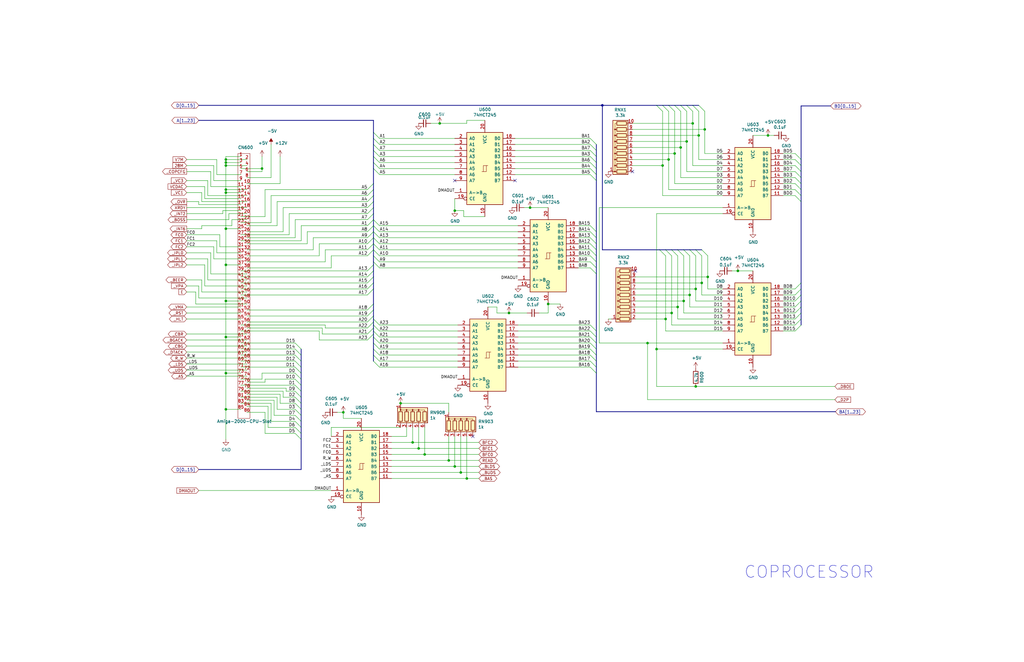
<source format=kicad_sch>
(kicad_sch (version 20231120) (generator "eeschema") (generator_version "8.0")
  (paper "B")
  (title_block (title "Amiga 2000 EATX") (date "2024-06-02") (rev "3.1"))
  (junction (at 323.85 57.15))
  (junction (at 185.42 52.07))
  (junction (at 95.25 157.48))
  (junction (at 297.18 54.61))
  (junction (at 285.75 129.54))
  (junction (at 168.91 170.18))
  (junction (at 95.25 96.52))
  (junction (at 292.1 52.07))
  (junction (at 287.02 62.23))
  (junction (at 231.14 128.27))
  (junction (at 144.78 173.99))
  (junction (at 290.83 124.46))
  (junction (at 95.25 142.24))
  (junction (at 279.4 69.85))
  (junction (at 189.23 194.31))
  (junction (at 95.25 172.72))
  (junction (at 194.31 199.39))
  (junction (at 173.99 186.69))
  (junction (at 294.64 57.15))
  (junction (at 273.05 144.78))
  (junction (at 280.67 134.62))
  (junction (at 311.15 114.3))
  (junction (at 293.37 121.92))
  (junction (at 295.91 119.38))
  (junction (at 95.25 67.31))
  (junction (at 289.56 59.69))
  (junction (at 95.25 80.01))
  (junction (at 281.94 67.31))
  (junction (at 196.85 201.93))
  (junction (at 293.37 163.068))
  (junction (at 284.48 64.77))
  (junction (at 176.53 189.23))
  (junction (at 288.29 127))
  (junction (at 223.52 87.63))
  (junction (at 283.21 132.08))
  (junction (at 110.49 71.12))
  (junction (at 276.86 147.32))
  (junction (at 214.63 132.08))
  (junction (at 179.07 191.77))
  (junction (at 95.25 127))
  (junction (at 95.25 111.76))
  (junction (at 95.25 68.58))
  (junction (at 95.25 69.85))
  (junction (at 191.77 196.85))
  (junction (at 191.77 88.9))
  (junction (at 298.45 116.84))
  (junction (at 254 44.45))
  (junction (at 95.25 81.28))
  (no_connect (at 217.17 76.2))
  (no_connect (at 266.7 72.39))
  (no_connect (at 199.39 184.15))
  (no_connect (at 267.97 114.3))
  (no_connect (at 191.77 76.2))
  (bus_entry (at 248.92 110.49) (size 2.54 2.54))
  (bus_entry (at 248.92 154.94) (size 2.54 2.54))
  (bus_entry (at 287.02 46.99) (size -2.54 -2.54))
  (bus_entry (at 248.92 147.32) (size 2.54 2.54))
  (bus_entry (at 283.21 107.95) (size -2.54 -2.54))
  (bus_entry (at 248.92 66.04) (size 2.54 2.54))
  (bus_entry (at 154.94 82.55) (size 2.54 -2.54))
  (bus_entry (at 248.92 107.95) (size 2.54 2.54))
  (bus_entry (at 335.28 134.62) (size 2.54 -2.54))
  (bus_entry (at 298.45 107.95) (size -2.54 -2.54))
  (bus_entry (at 297.18 46.99) (size -2.54 -2.54))
  (bus_entry (at 160.02 147.32) (size -2.54 -2.54))
  (bus_entry (at 335.28 137.16) (size 2.54 -2.54))
  (bus_entry (at 288.29 107.95) (size -2.54 -2.54))
  (bus_entry (at 160.02 142.24) (size -2.54 -2.54))
  (bus_entry (at 160.02 100.33) (size -2.54 -2.54))
  (bus_entry (at 124.46 182.88) (size 2.54 2.54))
  (bus_entry (at 248.92 102.87) (size 2.54 2.54))
  (bus_entry (at 289.56 46.99) (size -2.54 -2.54))
  (bus_entry (at 248.92 63.5) (size 2.54 2.54))
  (bus_entry (at 335.28 82.55) (size 2.54 2.54))
  (bus_entry (at 154.94 133.35) (size 2.54 -2.54))
  (bus_entry (at 154.94 97.79) (size 2.54 -2.54))
  (bus_entry (at 160.02 110.49) (size -2.54 -2.54))
  (bus_entry (at 335.28 74.93) (size 2.54 2.54))
  (bus_entry (at 160.02 71.12) (size -2.54 -2.54))
  (bus_entry (at 154.94 92.71) (size 2.54 -2.54))
  (bus_entry (at 335.28 132.08) (size 2.54 -2.54))
  (bus_entry (at 124.46 172.72) (size 2.54 2.54))
  (bus_entry (at 279.4 46.99) (size -2.54 -2.54))
  (bus_entry (at 160.02 154.94) (size -2.54 -2.54))
  (bus_entry (at 124.46 157.48) (size 2.54 2.54))
  (bus_entry (at 248.92 144.78) (size 2.54 2.54))
  (bus_entry (at 124.46 147.32) (size 2.54 2.54))
  (bus_entry (at 154.94 95.25) (size 2.54 -2.54))
  (bus_entry (at 248.92 97.79) (size 2.54 2.54))
  (bus_entry (at 248.92 137.16) (size 2.54 2.54))
  (bus_entry (at 124.46 152.4) (size 2.54 2.54))
  (bus_entry (at 154.94 102.87) (size 2.54 -2.54))
  (bus_entry (at 335.28 67.31) (size 2.54 2.54))
  (bus_entry (at 154.94 107.95) (size 2.54 -2.54))
  (bus_entry (at 154.94 105.41) (size 2.54 -2.54))
  (bus_entry (at 154.94 119.38) (size 2.54 -2.54))
  (bus_entry (at 154.94 135.89) (size 2.54 -2.54))
  (bus_entry (at 248.92 71.12) (size 2.54 2.54))
  (bus_entry (at 290.83 107.95) (size -2.54 -2.54))
  (bus_entry (at 160.02 95.25) (size -2.54 -2.54))
  (bus_entry (at 124.46 167.64) (size 2.54 2.54))
  (bus_entry (at 160.02 105.41) (size -2.54 -2.54))
  (bus_entry (at 160.02 60.96) (size -2.54 -2.54))
  (bus_entry (at 160.02 137.16) (size -2.54 -2.54))
  (bus_entry (at 154.94 114.3) (size 2.54 -2.54))
  (bus_entry (at 285.75 107.95) (size -2.54 -2.54))
  (bus_entry (at 154.94 90.17) (size 2.54 -2.54))
  (bus_entry (at 124.46 162.56) (size 2.54 2.54))
  (bus_entry (at 248.92 113.03) (size 2.54 2.54))
  (bus_entry (at 124.46 180.34) (size 2.54 2.54))
  (bus_entry (at 154.94 143.51) (size 2.54 -2.54))
  (bus_entry (at 154.94 138.43) (size 2.54 -2.54))
  (bus_entry (at 160.02 149.86) (size -2.54 -2.54))
  (bus_entry (at 124.46 165.1) (size 2.54 2.54))
  (bus_entry (at 160.02 66.04) (size -2.54 -2.54))
  (bus_entry (at 154.94 87.63) (size 2.54 -2.54))
  (bus_entry (at 248.92 60.96) (size 2.54 2.54))
  (bus_entry (at 154.94 124.46) (size 2.54 -2.54))
  (bus_entry (at 335.28 64.77) (size 2.54 2.54))
  (bus_entry (at 160.02 97.79) (size -2.54 -2.54))
  (bus_entry (at 248.92 95.25) (size 2.54 2.54))
  (bus_entry (at 124.46 149.86) (size 2.54 2.54))
  (bus_entry (at 154.94 85.09) (size 2.54 -2.54))
  (bus_entry (at 154.94 80.01) (size 2.54 -2.54))
  (bus_entry (at 248.92 139.7) (size 2.54 2.54))
  (bus_entry (at 248.92 58.42) (size 2.54 2.54))
  (bus_entry (at 335.28 69.85) (size 2.54 2.54))
  (bus_entry (at 154.94 100.33) (size 2.54 -2.54))
  (bus_entry (at 335.28 124.46) (size 2.54 -2.54))
  (bus_entry (at 284.48 46.99) (size -2.54 -2.54))
  (bus_entry (at 335.28 139.7) (size 2.54 -2.54))
  (bus_entry (at 160.02 152.4) (size -2.54 -2.54))
  (bus_entry (at 335.28 129.54) (size 2.54 -2.54))
  (bus_entry (at 160.02 107.95) (size -2.54 -2.54))
  (bus_entry (at 248.92 152.4) (size 2.54 2.54))
  (bus_entry (at 248.92 100.33) (size 2.54 2.54))
  (bus_entry (at 160.02 63.5) (size -2.54 -2.54))
  (bus_entry (at 292.1 46.99) (size -2.54 -2.54))
  (bus_entry (at 335.28 80.01) (size 2.54 2.54))
  (bus_entry (at 294.64 46.99) (size -2.54 -2.54))
  (bus_entry (at 124.46 175.26) (size 2.54 2.54))
  (bus_entry (at 293.37 107.95) (size -2.54 -2.54))
  (bus_entry (at 335.28 72.39) (size 2.54 2.54))
  (bus_entry (at 248.92 105.41) (size 2.54 2.54))
  (bus_entry (at 248.92 142.24) (size 2.54 2.54))
  (bus_entry (at 248.92 149.86) (size 2.54 2.54))
  (bus_entry (at 160.02 58.42) (size -2.54 -2.54))
  (bus_entry (at 154.94 116.84) (size 2.54 -2.54))
  (bus_entry (at 281.94 46.99) (size -2.54 -2.54))
  (bus_entry (at 124.46 170.18) (size 2.54 2.54))
  (bus_entry (at 335.28 77.47) (size 2.54 2.54))
  (bus_entry (at 160.02 68.58) (size -2.54 -2.54))
  (bus_entry (at 248.92 73.66) (size 2.54 2.54))
  (bus_entry (at 280.67 107.95) (size -2.54 -2.54))
  (bus_entry (at 335.28 121.92) (size 2.54 -2.54))
  (bus_entry (at 124.46 144.78) (size 2.54 2.54))
  (bus_entry (at 160.02 73.66) (size -2.54 -2.54))
  (bus_entry (at 124.46 177.8) (size 2.54 2.54))
  (bus_entry (at 160.02 139.7) (size -2.54 -2.54))
  (bus_entry (at 335.28 127) (size 2.54 -2.54))
  (bus_entry (at 124.46 160.02) (size 2.54 2.54))
  (bus_entry (at 154.94 140.97) (size 2.54 -2.54))
  (bus_entry (at 295.91 107.95) (size -2.54 -2.54))
  (bus_entry (at 154.94 130.81) (size 2.54 -2.54))
  (bus_entry (at 154.94 121.92) (size 2.54 -2.54))
  (bus_entry (at 160.02 144.78) (size -2.54 -2.54))
  (bus_entry (at 248.92 68.58) (size 2.54 2.54))
  (bus_entry (at 160.02 102.87) (size -2.54 -2.54))
  (bus_entry (at 124.46 154.94) (size 2.54 2.54))
  (bus_entry (at 160.02 113.03) (size -2.54 -2.54))
  (wire (pts (xy 165.1 191.77) (xy 179.07 191.77)))
  (wire (pts (xy 104.14 140.97) (xy 78.74 140.97)))
  (wire (pts (xy 104.14 120.65) (xy 86.36 120.65)))
  (wire (pts (xy 129.54 102.87) (xy 129.54 97.79)))
  (bus (pts (xy 337.82 127) (xy 337.82 129.54)))
  (wire (pts (xy 217.17 58.42) (xy 248.92 58.42)))
  (wire (pts (xy 144.78 173.99) (xy 144.78 176.53)))
  (wire (pts (xy 171.45 180.34) (xy 171.45 184.15)))
  (wire (pts (xy 293.37 127) (xy 304.8 127)))
  (wire (pts (xy 304.8 139.7) (xy 280.67 139.7)))
  (wire (pts (xy 218.44 142.24) (xy 248.92 142.24)))
  (wire (pts (xy 137.16 138.43) (xy 154.94 138.43)))
  (wire (pts (xy 135.89 138.43) (xy 135.89 140.97)))
  (wire (pts (xy 293.37 163.068) (xy 352.044 163.068)))
  (wire (pts (xy 95.25 68.58) (xy 95.25 69.85)))
  (wire (pts (xy 266.7 67.31) (xy 281.94 67.31)))
  (bus (pts (xy 157.48 50.8) (xy 157.48 55.88)))
  (wire (pts (xy 218.44 107.95) (xy 160.02 107.95)))
  (wire (pts (xy 335.28 127) (xy 330.2 127)))
  (wire (pts (xy 287.02 46.99) (xy 287.02 62.23)))
  (wire (pts (xy 95.25 81.28) (xy 95.25 96.52)))
  (bus (pts (xy 337.82 69.85) (xy 337.82 72.39)))
  (wire (pts (xy 218.44 102.87) (xy 160.02 102.87)))
  (wire (pts (xy 243.84 105.41) (xy 248.92 105.41)))
  (wire (pts (xy 293.37 121.92) (xy 293.37 127)))
  (wire (pts (xy 285.75 129.54) (xy 285.75 107.95)))
  (wire (pts (xy 280.67 134.62) (xy 280.67 139.7)))
  (wire (pts (xy 90.17 104.14) (xy 90.17 109.22)))
  (wire (pts (xy 110.49 72.39) (xy 110.49 71.12)))
  (wire (pts (xy 120.65 165.1) (xy 124.46 165.1)))
  (wire (pts (xy 191.77 58.42) (xy 160.02 58.42)))
  (wire (pts (xy 231.14 87.63) (xy 223.52 87.63)))
  (wire (pts (xy 218.44 147.32) (xy 248.92 147.32)))
  (bus (pts (xy 251.46 102.87) (xy 251.46 105.41)))
  (bus (pts (xy 251.46 66.04) (xy 251.46 68.58)))
  (bus (pts (xy 157.48 97.79) (xy 157.48 100.33)))
  (bus (pts (xy 127 172.72) (xy 127 175.26)))
  (wire (pts (xy 193.04 147.32) (xy 160.02 147.32)))
  (wire (pts (xy 113.03 180.34) (xy 124.46 180.34)))
  (bus (pts (xy 289.56 44.45) (xy 292.1 44.45)))
  (bus (pts (xy 157.48 138.43) (xy 157.48 139.7)))
  (bus (pts (xy 157.48 100.33) (xy 157.48 102.87)))
  (wire (pts (xy 101.6 147.32) (xy 124.46 147.32)))
  (wire (pts (xy 78.74 78.74) (xy 86.36 78.74)))
  (wire (pts (xy 104.14 158.75) (xy 78.74 158.75)))
  (wire (pts (xy 218.44 154.94) (xy 248.92 154.94)))
  (wire (pts (xy 160.02 110.49) (xy 218.44 110.49)))
  (bus (pts (xy 251.46 71.12) (xy 251.46 73.66)))
  (wire (pts (xy 139.7 207.01) (xy 83.82 207.01)))
  (wire (pts (xy 101.6 71.12) (xy 110.49 71.12)))
  (wire (pts (xy 223.52 87.63) (xy 220.98 87.63)))
  (wire (pts (xy 287.02 62.23) (xy 287.02 74.93)))
  (wire (pts (xy 83.82 125.73) (xy 83.82 120.65)))
  (wire (pts (xy 104.14 173.99) (xy 111.76 173.99)))
  (bus (pts (xy 157.48 71.12) (xy 157.48 77.47)))
  (wire (pts (xy 267.97 127) (xy 288.29 127)))
  (wire (pts (xy 78.74 87.63) (xy 104.14 87.63)))
  (wire (pts (xy 295.91 107.95) (xy 295.91 119.38)))
  (bus (pts (xy 284.48 44.45) (xy 287.02 44.45)))
  (bus (pts (xy 157.48 144.78) (xy 157.48 147.32)))
  (wire (pts (xy 283.21 132.08) (xy 283.21 137.16)))
  (wire (pts (xy 185.42 52.07) (xy 196.85 52.07)))
  (wire (pts (xy 160.02 60.96) (xy 191.77 60.96)))
  (bus (pts (xy 337.82 44.704) (xy 350.266 44.704)))
  (wire (pts (xy 218.44 95.25) (xy 160.02 95.25)))
  (wire (pts (xy 101.6 142.24) (xy 95.25 142.24)))
  (bus (pts (xy 127 152.4) (xy 127 154.94)))
  (wire (pts (xy 294.64 57.15) (xy 294.64 67.31)))
  (wire (pts (xy 104.14 77.47) (xy 118.11 77.47)))
  (wire (pts (xy 104.14 69.85) (xy 95.25 69.85)))
  (wire (pts (xy 165.1 196.85) (xy 191.77 196.85)))
  (wire (pts (xy 134.62 102.87) (xy 154.94 102.87)))
  (wire (pts (xy 78.74 123.19) (xy 82.55 123.19)))
  (bus (pts (xy 157.48 140.97) (xy 157.48 142.24)))
  (bus (pts (xy 83.82 44.45) (xy 254 44.45)))
  (wire (pts (xy 281.94 46.99) (xy 281.94 67.31)))
  (wire (pts (xy 116.84 167.64) (xy 116.84 172.72)))
  (wire (pts (xy 267.97 116.84) (xy 298.45 116.84)))
  (wire (pts (xy 101.6 91.44) (xy 111.76 91.44)))
  (bus (pts (xy 157.48 92.71) (xy 157.48 95.25)))
  (wire (pts (xy 165.1 186.69) (xy 173.99 186.69)))
  (wire (pts (xy 297.18 54.61) (xy 297.18 64.77)))
  (bus (pts (xy 280.67 105.41) (xy 283.21 105.41)))
  (wire (pts (xy 330.2 72.39) (xy 335.28 72.39)))
  (wire (pts (xy 294.64 67.31) (xy 304.8 67.31)))
  (bus (pts (xy 157.48 102.87) (xy 157.48 105.41)))
  (wire (pts (xy 335.28 74.93) (xy 330.2 74.93)))
  (bus (pts (xy 127 182.88) (xy 127 185.42)))
  (wire (pts (xy 101.6 81.28) (xy 95.25 81.28)))
  (wire (pts (xy 104.14 148.59) (xy 78.74 148.59)))
  (wire (pts (xy 171.45 184.15) (xy 165.1 184.15)))
  (wire (pts (xy 95.25 157.48) (xy 95.25 172.72)))
  (bus (pts (xy 337.82 72.39) (xy 337.82 74.93)))
  (wire (pts (xy 248.92 97.79) (xy 243.84 97.79)))
  (bus (pts (xy 157.48 134.62) (xy 157.48 135.89)))
  (wire (pts (xy 193.04 139.7) (xy 160.02 139.7)))
  (wire (pts (xy 95.25 127) (xy 95.25 142.24)))
  (wire (pts (xy 110.49 157.48) (xy 124.46 157.48)))
  (wire (pts (xy 101.6 144.78) (xy 124.46 144.78)))
  (wire (pts (xy 276.86 147.32) (xy 276.86 90.17)))
  (bus (pts (xy 285.75 105.41) (xy 288.29 105.41)))
  (wire (pts (xy 154.94 114.3) (xy 101.6 114.3)))
  (wire (pts (xy 298.45 121.92) (xy 304.8 121.92)))
  (wire (pts (xy 118.11 77.47) (xy 118.11 66.04)))
  (wire (pts (xy 165.1 199.39) (xy 194.31 199.39)))
  (wire (pts (xy 193.04 137.16) (xy 160.02 137.16)))
  (wire (pts (xy 243.84 95.25) (xy 248.92 95.25)))
  (wire (pts (xy 285.75 129.54) (xy 285.75 134.62)))
  (wire (pts (xy 132.08 105.41) (xy 104.14 105.41)))
  (bus (pts (xy 254 105.41) (xy 278.13 105.41)))
  (wire (pts (xy 196.85 201.93) (xy 201.93 201.93)))
  (bus (pts (xy 283.21 105.41) (xy 285.75 105.41)))
  (wire (pts (xy 217.17 73.66) (xy 248.92 73.66)))
  (wire (pts (xy 101.6 139.7) (xy 134.62 139.7)))
  (bus (pts (xy 337.82 119.38) (xy 337.82 121.92)))
  (wire (pts (xy 101.6 152.4) (xy 124.46 152.4)))
  (wire (pts (xy 90.17 69.85) (xy 90.17 76.2)))
  (wire (pts (xy 104.14 80.01) (xy 95.25 80.01)))
  (wire (pts (xy 280.67 134.62) (xy 280.67 107.95)))
  (wire (pts (xy 119.38 167.64) (xy 124.46 167.64)))
  (wire (pts (xy 135.89 140.97) (xy 154.94 140.97)))
  (bus (pts (xy 127 198.12) (xy 83.82 198.12)))
  (bus (pts (xy 157.48 77.47) (xy 157.48 80.01)))
  (wire (pts (xy 267.97 121.92) (xy 293.37 121.92)))
  (wire (pts (xy 137.16 110.49) (xy 104.14 110.49)))
  (bus (pts (xy 157.48 147.32) (xy 157.48 149.86)))
  (wire (pts (xy 330.2 80.01) (xy 335.28 80.01)))
  (bus (pts (xy 276.86 44.45) (xy 279.4 44.45)))
  (bus (pts (xy 127 162.56) (xy 127 165.1)))
  (wire (pts (xy 104.14 90.17) (xy 96.52 90.17)))
  (wire (pts (xy 104.14 146.05) (xy 78.74 146.05)))
  (wire (pts (xy 218.44 144.78) (xy 248.92 144.78)))
  (wire (pts (xy 298.45 116.84) (xy 298.45 121.92)))
  (wire (pts (xy 287.02 74.93) (xy 304.8 74.93)))
  (wire (pts (xy 118.11 170.18) (xy 124.46 170.18)))
  (wire (pts (xy 317.5 114.3) (xy 311.15 114.3)))
  (wire (pts (xy 194.31 199.39) (xy 201.93 199.39)))
  (wire (pts (xy 304.8 134.62) (xy 285.75 134.62)))
  (wire (pts (xy 181.61 52.07) (xy 185.42 52.07)))
  (bus (pts (xy 337.82 121.92) (xy 337.82 124.46)))
  (wire (pts (xy 276.86 90.17) (xy 304.8 90.17)))
  (wire (pts (xy 266.7 62.23) (xy 287.02 62.23)))
  (wire (pts (xy 110.49 71.12) (xy 110.49 66.04)))
  (wire (pts (xy 95.25 96.52) (xy 95.25 111.76)))
  (wire (pts (xy 294.64 46.99) (xy 294.64 57.15)))
  (wire (pts (xy 87.63 82.55) (xy 87.63 76.2)))
  (bus (pts (xy 251.46 157.48) (xy 251.46 173.736)))
  (wire (pts (xy 193.04 142.24) (xy 160.02 142.24)))
  (wire (pts (xy 86.36 78.74) (xy 86.36 83.82)))
  (bus (pts (xy 157.48 114.3) (xy 157.48 116.84)))
  (wire (pts (xy 243.84 110.49) (xy 248.92 110.49)))
  (wire (pts (xy 104.14 133.35) (xy 154.94 133.35)))
  (wire (pts (xy 92.71 104.14) (xy 101.6 104.14)))
  (wire (pts (xy 95.25 69.85) (xy 95.25 80.01)))
  (wire (pts (xy 127 101.6) (xy 127 95.25)))
  (wire (pts (xy 104.14 138.43) (xy 135.89 138.43)))
  (wire (pts (xy 104.14 72.39) (xy 110.49 72.39)))
  (bus (pts (xy 157.48 130.81) (xy 157.48 133.35)))
  (wire (pts (xy 248.92 113.03) (xy 243.84 113.03)))
  (wire (pts (xy 101.6 134.62) (xy 78.74 134.62)))
  (bus (pts (xy 279.4 44.45) (xy 281.94 44.45)))
  (wire (pts (xy 116.84 172.72) (xy 124.46 172.72)))
  (wire (pts (xy 193.04 154.94) (xy 160.02 154.94)))
  (wire (pts (xy 88.9 115.57) (xy 88.9 106.68)))
  (wire (pts (xy 104.14 107.95) (xy 134.62 107.95)))
  (wire (pts (xy 266.7 52.07) (xy 292.1 52.07)))
  (wire (pts (xy 132.08 100.33) (xy 154.94 100.33)))
  (bus (pts (xy 251.46 113.03) (xy 251.46 115.57)))
  (wire (pts (xy 266.7 57.15) (xy 294.64 57.15)))
  (bus (pts (xy 127 167.64) (xy 127 170.18)))
  (wire (pts (xy 191.77 66.04) (xy 160.02 66.04)))
  (wire (pts (xy 119.38 97.79) (xy 119.38 87.63)))
  (wire (pts (xy 290.83 124.46) (xy 290.83 129.54)))
  (wire (pts (xy 78.74 72.39) (xy 88.9 72.39)))
  (wire (pts (xy 289.56 46.99) (xy 289.56 59.69)))
  (wire (pts (xy 323.85 57.15) (xy 326.39 57.15)))
  (bus (pts (xy 157.48 90.17) (xy 157.48 92.71)))
  (wire (pts (xy 101.6 167.64) (xy 116.84 167.64)))
  (wire (pts (xy 330.2 139.7) (xy 335.28 139.7)))
  (wire (pts (xy 134.62 139.7) (xy 134.62 143.51)))
  (wire (pts (xy 284.48 46.99) (xy 284.48 64.77)))
  (bus (pts (xy 127 180.34) (xy 127 182.88)))
  (wire (pts (xy 92.71 99.06) (xy 92.71 104.14)))
  (wire (pts (xy 204.47 91.44) (xy 195.58 91.44)))
  (wire (pts (xy 116.84 95.25) (xy 104.14 95.25)))
  (wire (pts (xy 189.23 194.31) (xy 201.93 194.31)))
  (wire (pts (xy 78.74 132.08) (xy 101.6 132.08)))
  (wire (pts (xy 120.65 163.83) (xy 120.65 165.1)))
  (wire (pts (xy 101.6 160.02) (xy 110.49 160.02)))
  (wire (pts (xy 217.17 68.58) (xy 248.92 68.58)))
  (wire (pts (xy 165.1 201.93) (xy 196.85 201.93)))
  (bus (pts (xy 157.48 137.16) (xy 157.48 138.43)))
  (wire (pts (xy 104.14 156.21) (xy 78.74 156.21)))
  (bus (pts (xy 254 44.45) (xy 276.86 44.45)))
  (wire (pts (xy 267.97 132.08) (xy 283.21 132.08)))
  (wire (pts (xy 273.05 144.78) (xy 304.8 144.78)))
  (wire (pts (xy 86.36 111.76) (xy 78.74 111.76)))
  (wire (pts (xy 283.21 107.95) (xy 283.21 132.08)))
  (wire (pts (xy 139.7 107.95) (xy 154.94 107.95)))
  (wire (pts (xy 104.14 113.03) (xy 139.7 113.03)))
  (wire (pts (xy 78.74 109.22) (xy 87.63 109.22)))
  (wire (pts (xy 176.53 189.23) (xy 201.93 189.23)))
  (wire (pts (xy 104.14 168.91) (xy 115.57 168.91)))
  (wire (pts (xy 137.16 137.16) (xy 137.16 138.43)))
  (wire (pts (xy 231.14 132.08) (xy 231.14 128.27)))
  (wire (pts (xy 218.44 149.86) (xy 248.92 149.86)))
  (wire (pts (xy 132.08 105.41) (xy 132.08 100.33)))
  (bus (pts (xy 127 160.02) (xy 127 162.56)))
  (wire (pts (xy 111.76 182.88) (xy 124.46 182.88)))
  (wire (pts (xy 256.54 134.62) (xy 257.81 134.62)))
  (wire (pts (xy 317.5 57.15) (xy 323.85 57.15)))
  (wire (pts (xy 78.74 118.11) (xy 85.09 118.11)))
  (wire (pts (xy 276.86 147.32) (xy 276.86 163.068)))
  (wire (pts (xy 87.63 118.11) (xy 104.14 118.11)))
  (wire (pts (xy 295.91 119.38) (xy 295.91 124.46)))
  (wire (pts (xy 267.97 119.38) (xy 295.91 119.38)))
  (wire (pts (xy 298.45 107.95) (xy 298.45 116.84)))
  (wire (pts (xy 95.25 172.72) (xy 95.25 185.42)))
  (wire (pts (xy 214.63 132.08) (xy 222.25 132.08)))
  (bus (pts (xy 251.46 144.78) (xy 251.46 147.32)))
  (bus (pts (xy 251.46 139.7) (xy 251.46 142.24)))
  (wire (pts (xy 104.14 67.31) (xy 95.25 67.31)))
  (bus (pts (xy 157.48 80.01) (xy 157.48 82.55)))
  (wire (pts (xy 96.52 90.17) (xy 96.52 92.71)))
  (wire (pts (xy 104.14 115.57) (xy 88.9 115.57)))
  (bus (pts (xy 251.46 60.96) (xy 251.46 63.5)))
  (bus (pts (xy 157.48 55.88) (xy 157.48 58.42)))
  (wire (pts (xy 104.14 92.71) (xy 97.79 92.71)))
  (wire (pts (xy 78.74 99.06) (xy 92.71 99.06)))
  (bus (pts (xy 157.48 128.27) (xy 157.48 130.81)))
  (wire (pts (xy 101.6 129.54) (xy 78.74 129.54)))
  (wire (pts (xy 119.38 87.63) (xy 154.94 87.63)))
  (wire (pts (xy 205.74 129.54) (xy 209.55 129.54)))
  (wire (pts (xy 191.77 71.12) (xy 160.02 71.12)))
  (wire (pts (xy 91.44 101.6) (xy 91.44 106.68)))
  (bus (pts (xy 251.46 76.2) (xy 251.46 97.79)))
  (wire (pts (xy 116.84 85.09) (xy 154.94 85.09)))
  (wire (pts (xy 101.6 68.58) (xy 95.25 68.58)))
  (bus (pts (xy 157.48 135.89) (xy 157.48 137.16)))
  (wire (pts (xy 292.1 52.07) (xy 292.1 69.85)))
  (wire (pts (xy 304.8 80.01) (xy 281.94 80.01)))
  (wire (pts (xy 189.23 173.99) (xy 189.23 170.18)))
  (wire (pts (xy 78.74 69.85) (xy 90.17 69.85)))
  (wire (pts (xy 297.18 64.77) (xy 304.8 64.77)))
  (bus (pts (xy 251.46 147.32) (xy 251.46 149.86)))
  (wire (pts (xy 209.55 132.08) (xy 214.63 132.08)))
  (wire (pts (xy 85.09 95.25) (xy 85.09 96.52)))
  (bus (pts (xy 157.48 139.7) (xy 157.48 140.97)))
  (wire (pts (xy 101.6 170.18) (xy 114.3 170.18)))
  (bus (pts (xy 292.1 44.45) (xy 294.64 44.45)))
  (wire (pts (xy 78.74 101.6) (xy 91.44 101.6)))
  (bus (pts (xy 251.46 115.57) (xy 251.46 139.7)))
  (wire (pts (xy 304.8 69.85) (xy 292.1 69.85)))
  (wire (pts (xy 193.04 152.4) (xy 160.02 152.4)))
  (wire (pts (xy 83.82 85.09) (xy 78.74 85.09)))
  (wire (pts (xy 330.2 124.46) (xy 335.28 124.46)))
  (wire (pts (xy 96.52 92.71) (xy 78.74 92.71)))
  (wire (pts (xy 218.44 152.4) (xy 248.92 152.4)))
  (wire (pts (xy 111.76 173.99) (xy 111.76 182.88)))
  (wire (pts (xy 335.28 82.55) (xy 330.2 82.55)))
  (wire (pts (xy 119.38 97.79) (xy 104.14 97.79)))
  (wire (pts (xy 195.58 91.44) (xy 195.58 88.9)))
  (wire (pts (xy 101.6 111.76) (xy 95.25 111.76)))
  (bus (pts (xy 157.48 68.58) (xy 157.48 71.12)))
  (wire (pts (xy 101.6 127) (xy 95.25 127)))
  (wire (pts (xy 293.37 107.95) (xy 293.37 121.92)))
  (bus (pts (xy 157.48 58.42) (xy 157.48 60.96)))
  (wire (pts (xy 165.1 189.23) (xy 176.53 189.23)))
  (bus (pts (xy 127 185.42) (xy 127 198.12)))
  (wire (pts (xy 289.56 59.69) (xy 289.56 72.39)))
  (wire (pts (xy 266.7 64.77) (xy 284.48 64.77)))
  (wire (pts (xy 179.07 180.34) (xy 179.07 191.77)))
  (wire (pts (xy 95.25 80.01) (xy 95.25 81.28)))
  (wire (pts (xy 110.49 160.02) (xy 110.49 157.48)))
  (wire (pts (xy 93.98 88.9) (xy 101.6 88.9)))
  (wire (pts (xy 191.77 184.15) (xy 191.77 196.85)))
  (wire (pts (xy 119.38 165.1) (xy 119.38 167.64)))
  (wire (pts (xy 273.05 144.78) (xy 273.05 168.656)))
  (bus (pts (xy 127 177.8) (xy 127 180.34)))
  (wire (pts (xy 104.14 163.83) (xy 120.65 163.83)))
  (wire (pts (xy 115.57 175.26) (xy 124.46 175.26)))
  (wire (pts (xy 93.98 90.17) (xy 93.98 88.9)))
  (wire (pts (xy 85.09 85.09) (xy 85.09 81.28)))
  (wire (pts (xy 134.62 107.95) (xy 134.62 102.87)))
  (bus (pts (xy 157.48 133.35) (xy 157.48 134.62)))
  (wire (pts (xy 111.76 91.44) (xy 111.76 80.01)))
  (wire (pts (xy 195.58 88.9) (xy 191.77 88.9)))
  (wire (pts (xy 266.7 69.85) (xy 279.4 69.85)))
  (wire (pts (xy 266.7 54.61) (xy 297.18 54.61)))
  (wire (pts (xy 85.09 118.11) (xy 85.09 123.19)))
  (bus (pts (xy 251.46 100.33) (xy 251.46 102.87)))
  (wire (pts (xy 139.7 113.03) (xy 139.7 107.95)))
  (wire (pts (xy 78.74 104.14) (xy 90.17 104.14)))
  (wire (pts (xy 243.84 100.33) (xy 248.92 100.33)))
  (wire (pts (xy 90.17 76.2) (xy 101.6 76.2)))
  (wire (pts (xy 85.09 123.19) (xy 104.14 123.19)))
  (wire (pts (xy 168.91 180.34) (xy 139.7 180.34)))
  (wire (pts (xy 101.6 154.94) (xy 124.46 154.94)))
  (bus (pts (xy 251.46 97.79) (xy 251.46 100.33)))
  (wire (pts (xy 101.6 124.46) (xy 154.94 124.46)))
  (wire (pts (xy 95.25 111.76) (xy 95.25 127)))
  (wire (pts (xy 85.09 96.52) (xy 78.74 96.52)))
  (wire (pts (xy 191.77 88.9) (xy 191.77 83.82)))
  (wire (pts (xy 297.18 46.99) (xy 297.18 54.61)))
  (wire (pts (xy 154.94 119.38) (xy 101.6 119.38)))
  (bus (pts (xy 251.46 154.94) (xy 251.46 157.48)))
  (bus (pts (xy 157.48 60.96) (xy 157.48 63.5)))
  (wire (pts (xy 85.09 81.28) (xy 78.74 81.28)))
  (wire (pts (xy 114.3 170.18) (xy 114.3 177.8)))
  (wire (pts (xy 248.92 107.95) (xy 243.84 107.95)))
  (bus (pts (xy 157.48 110.49) (xy 157.48 111.76)))
  (wire (pts (xy 101.6 149.86) (xy 124.46 149.86)))
  (wire (pts (xy 273.05 168.656) (xy 352.044 168.656)))
  (wire (pts (xy 91.44 73.66) (xy 91.44 67.31)))
  (wire (pts (xy 330.2 64.77) (xy 335.28 64.77)))
  (bus (pts (xy 251.46 110.49) (xy 251.46 113.03)))
  (bus (pts (xy 157.48 119.38) (xy 157.48 121.92)))
  (wire (pts (xy 124.46 100.33) (xy 124.46 92.71)))
  (bus (pts (xy 251.46 142.24) (xy 251.46 144.78)))
  (wire (pts (xy 288.29 132.08) (xy 304.8 132.08)))
  (wire (pts (xy 88.9 72.39) (xy 88.9 78.74)))
  (bus (pts (xy 251.46 68.58) (xy 251.46 71.12)))
  (wire (pts (xy 87.63 109.22) (xy 87.63 118.11)))
  (wire (pts (xy 129.54 102.87) (xy 104.14 102.87)))
  (wire (pts (xy 304.8 129.54) (xy 290.83 129.54)))
  (wire (pts (xy 304.8 124.46) (xy 295.91 124.46)))
  (wire (pts (xy 137.16 110.49) (xy 137.16 105.41)))
  (wire (pts (xy 218.44 100.33) (xy 160.02 100.33)))
  (wire (pts (xy 290.83 124.46) (xy 290.83 107.95)))
  (wire (pts (xy 137.16 105.41) (xy 154.94 105.41)))
  (bus (pts (xy 157.48 111.76) (xy 157.48 114.3)))
  (wire (pts (xy 248.92 137.16) (xy 218.44 137.16)))
  (wire (pts (xy 217.17 60.96) (xy 248.92 60.96)))
  (bus (pts (xy 254 44.45) (xy 254 105.41)))
  (wire (pts (xy 288.29 127) (xy 288.29 132.08)))
  (wire (pts (xy 217.17 71.12) (xy 248.92 71.12)))
  (wire (pts (xy 82.55 128.27) (xy 104.14 128.27)))
  (wire (pts (xy 160.02 113.03) (xy 218.44 113.03)))
  (wire (pts (xy 165.1 194.31) (xy 189.23 194.31)))
  (wire (pts (xy 91.44 106.68) (xy 101.6 106.68)))
  (bus (pts (xy 293.37 105.41) (xy 295.91 105.41)))
  (wire (pts (xy 284.48 77.47) (xy 304.8 77.47)))
  (wire (pts (xy 273.05 144.78) (xy 252.73 144.78)))
  (wire (pts (xy 91.44 67.31) (xy 78.74 67.31)))
  (bus (pts (xy 337.82 129.54) (xy 337.82 132.08)))
  (bus (pts (xy 337.82 67.31) (xy 337.82 69.85)))
  (wire (pts (xy 191.77 63.5) (xy 160.02 63.5)))
  (wire (pts (xy 88.9 106.68) (xy 78.74 106.68)))
  (wire (pts (xy 173.99 180.34) (xy 173.99 186.69)))
  (wire (pts (xy 111.76 161.29) (xy 111.76 160.02)))
  (wire (pts (xy 189.23 170.18) (xy 168.91 170.18)))
  (wire (pts (xy 139.7 180.34) (xy 139.7 184.15)))
  (bus (pts (xy 157.48 95.25) (xy 157.48 97.79)))
  (bus (pts (xy 251.46 73.66) (xy 251.46 76.2)))
  (wire (pts (xy 218.44 97.79) (xy 160.02 97.79)))
  (wire (pts (xy 104.14 85.09) (xy 85.09 85.09)))
  (bus (pts (xy 251.46 173.736) (xy 352.298 173.736)))
  (wire (pts (xy 335.28 132.08) (xy 330.2 132.08)))
  (wire (pts (xy 236.22 128.27) (xy 231.14 128.27)))
  (bus (pts (xy 157.48 142.24) (xy 157.48 144.78)))
  (bus (pts (xy 157.48 63.5) (xy 157.48 66.04)))
  (wire (pts (xy 196.85 50.8) (xy 204.47 50.8)))
  (wire (pts (xy 189.23 184.15) (xy 189.23 194.31)))
  (bus (pts (xy 337.82 74.93) (xy 337.82 77.47)))
  (bus (pts (xy 157.48 87.63) (xy 157.48 90.17)))
  (bus (pts (xy 251.46 107.95) (xy 251.46 110.49)))
  (bus (pts (xy 278.13 105.41) (xy 280.67 105.41)))
  (wire (pts (xy 191.77 196.85) (xy 201.93 196.85)))
  (bus (pts (xy 83.82 50.8) (xy 157.48 50.8)))
  (wire (pts (xy 124.46 92.71) (xy 154.94 92.71)))
  (bus (pts (xy 251.46 152.4) (xy 251.46 154.94)))
  (wire (pts (xy 104.14 153.67) (xy 78.74 153.67)))
  (wire (pts (xy 82.55 123.19) (xy 82.55 128.27)))
  (wire (pts (xy 267.97 124.46) (xy 290.83 124.46)))
  (wire (pts (xy 218.44 105.41) (xy 160.02 105.41)))
  (wire (pts (xy 95.25 67.31) (xy 95.25 68.58)))
  (wire (pts (xy 193.04 149.86) (xy 160.02 149.86)))
  (bus (pts (xy 337.82 85.09) (xy 337.82 119.38)))
  (wire (pts (xy 276.86 163.068) (xy 293.37 163.068)))
  (wire (pts (xy 111.76 80.01) (xy 154.94 80.01)))
  (wire (pts (xy 279.4 82.55) (xy 304.8 82.55)))
  (wire (pts (xy 134.62 143.51) (xy 154.94 143.51)))
  (wire (pts (xy 335.28 121.92) (xy 330.2 121.92)))
  (wire (pts (xy 281.94 67.31) (xy 281.94 80.01)))
  (wire (pts (xy 114.3 177.8) (xy 124.46 177.8)))
  (wire (pts (xy 173.99 186.69) (xy 201.93 186.69)))
  (wire (pts (xy 288.29 107.95) (xy 288.29 127)))
  (wire (pts (xy 121.92 99.06) (xy 101.6 99.06)))
  (bus (pts (xy 127 175.26) (xy 127 177.8)))
  (bus (pts (xy 251.46 105.41) (xy 251.46 107.95)))
  (wire (pts (xy 335.28 67.31) (xy 330.2 67.31)))
  (bus (pts (xy 127 157.48) (xy 127 160.02)))
  (bus (pts (xy 157.48 107.95) (xy 157.48 110.49)))
  (wire (pts (xy 101.6 121.92) (xy 154.94 121.92)))
  (wire (pts (xy 101.6 165.1) (xy 119.38 165.1)))
  (wire (pts (xy 101.6 66.04) (xy 95.25 66.04)))
  (bus (pts (xy 337.82 77.47) (xy 337.82 80.01)))
  (wire (pts (xy 90.17 109.22) (xy 101.6 109.22)))
  (wire (pts (xy 191.77 73.66) (xy 160.02 73.66)))
  (wire (pts (xy 121.92 99.06) (xy 121.92 90.17)))
  (bus (pts (xy 127 147.32) (xy 127 149.86)))
  (bus (pts (xy 157.48 116.84) (xy 157.48 119.38)))
  (wire (pts (xy 289.56 72.39) (xy 304.8 72.39)))
  (bus (pts (xy 288.29 105.41) (xy 290.83 105.41)))
  (bus (pts (xy 337.82 124.46) (xy 337.82 127)))
  (wire (pts (xy 101.6 86.36) (xy 83.82 86.36)))
  (wire (pts (xy 267.97 134.62) (xy 280.67 134.62)))
  (bus (pts (xy 337.82 132.08) (xy 337.82 134.62)))
  (bus (pts (xy 251.46 149.86) (xy 251.46 152.4)))
  (wire (pts (xy 118.11 166.37) (xy 118.11 170.18)))
  (bus (pts (xy 157.48 82.55) (xy 157.48 85.09)))
  (bus (pts (xy 281.94 44.45) (xy 284.48 44.45)))
  (wire (pts (xy 267.97 129.54) (xy 285.75 129.54)))
  (wire (pts (xy 129.54 97.79) (xy 154.94 97.79)))
  (wire (pts (xy 292.1 46.99) (xy 292.1 52.07)))
  (wire (pts (xy 144.78 176.53) (xy 152.4 176.53)))
  (wire (pts (xy 101.6 101.6) (xy 127 101.6)))
  (bus (pts (xy 337.82 67.31) (xy 337.82 44.704)))
  (wire (pts (xy 104.14 166.37) (xy 118.11 166.37)))
  (bus (pts (xy 337.82 134.62) (xy 337.82 137.16)))
  (wire (pts (xy 86.36 83.82) (xy 101.6 83.82)))
  (wire (pts (xy 127 95.25) (xy 154.94 95.25)))
  (wire (pts (xy 121.92 90.17) (xy 154.94 90.17)))
  (wire (pts (xy 116.84 95.25) (xy 116.84 85.09)))
  (wire (pts (xy 104.14 130.81) (xy 154.94 130.81)))
  (wire (pts (xy 179.07 191.77) (xy 201.93 191.77)))
  (bus (pts (xy 251.46 63.5) (xy 251.46 66.04)))
  (bus (pts (xy 157.48 121.92) (xy 157.48 128.27)))
  (wire (pts (xy 86.36 120.65) (xy 86.36 111.76)))
  (wire (pts (xy 113.03 171.45) (xy 113.03 180.34)))
  (wire (pts (xy 335.28 134.62) (xy 330.2 134.62)))
  (wire (pts (xy 83.82 86.36) (xy 83.82 85.09)))
  (wire (pts (xy 335.28 77.47) (xy 330.2 77.47)))
  (bus (pts (xy 157.48 66.04) (xy 157.48 68.58)))
  (wire (pts (xy 311.15 114.3) (xy 308.61 114.3)))
  (wire (pts (xy 209.55 129.54) (xy 209.55 132.08)))
  (wire (pts (xy 193.04 144.78) (xy 160.02 144.78)))
  (bus (pts (xy 157.48 85.09) (xy 157.48 87.63)))
  (wire (pts (xy 284.48 64.77) (xy 284.48 77.47)))
  (wire (pts (xy 95.25 66.04) (xy 95.25 67.31)))
  (wire (pts (xy 196.85 52.07) (xy 196.85 50.8)))
  (bus (pts (xy 127 154.94) (xy 127 157.48)))
  (wire (pts (xy 104.14 125.73) (xy 83.82 125.73)))
  (wire (pts (xy 104.14 171.45) (xy 113.03 171.45)))
  (wire (pts (xy 101.6 137.16) (xy 137.16 137.16)))
  (wire (pts (xy 217.17 63.5) (xy 248.92 63.5)))
  (bus (pts (xy 337.82 80.01) (xy 337.82 82.55)))
  (wire (pts (xy 252.73 144.78) (xy 252.73 87.63)))
  (wire (pts (xy 104.14 151.13) (xy 78.74 151.13)))
  (wire (pts (xy 101.6 172.72) (xy 95.25 172.72)))
  (wire (pts (xy 101.6 73.66) (xy 91.44 73.66)))
  (wire (pts (xy 87.63 76.2) (xy 78.74 76.2)))
  (wire (pts (xy 196.85 184.15) (xy 196.85 201.93)))
  (wire (pts (xy 83.82 120.65) (xy 78.74 120.65)))
  (wire (pts (xy 95.25 142.24) (xy 95.25 157.48)))
  (wire (pts (xy 104.14 161.29) (xy 111.76 161.29)))
  (bus (pts (xy 157.48 149.86) (xy 157.48 152.4)))
  (wire (pts (xy 217.17 66.04) (xy 248.92 66.04)))
  (wire (pts (xy 104.14 135.89) (xy 154.94 135.89)))
  (wire (pts (xy 191.77 68.58) (xy 160.02 68.58)))
  (wire (pts (xy 142.24 173.99) (xy 144.78 173.99)))
  (wire (pts (xy 330.2 129.54) (xy 335.28 129.54)))
  (bus (pts (xy 127 165.1) (xy 127 167.64)))
  (wire (pts (xy 283.21 137.16) (xy 304.8 137.16)))
  (wire (pts (xy 97.79 95.25) (xy 85.09 95.25)))
  (bus (pts (xy 287.02 44.45) (xy 289.56 44.45)))
  (wire (pts (xy 248.92 102.87) (xy 243.84 102.87)))
  (bus (pts (xy 290.83 105.41) (xy 293.37 105.41)))
  (wire (pts (xy 194.31 184.15) (xy 194.31 199.39)))
  (bus (pts (xy 127 170.18) (xy 127 172.72)))
  (wire (pts (xy 114.3 74.93) (xy 114.3 60.96)))
  (wire (pts (xy 104.14 82.55) (xy 87.63 82.55)))
  (wire (pts (xy 97.79 92.71) (xy 97.79 95.25)))
  (wire (pts (xy 124.46 100.33) (xy 104.14 100.33)))
  (wire (pts (xy 101.6 162.56) (xy 124.46 162.56)))
  (wire (pts (xy 101.6 96.52) (xy 95.25 96.52)))
  (wire (pts (xy 218.44 139.7) (xy 248.92 139.7)))
  (wire (pts (xy 176.53 180.34) (xy 176.53 189.23)))
  (wire (pts (xy 115.57 168.91) (xy 115.57 175.26)))
  (wire (pts (xy 279.4 69.85) (xy 279.4 82.55)))
  (wire (pts (xy 266.7 59.69) (xy 289.56 59.69)))
  (wire (pts (xy 279.4 46.99) (xy 279.4 69.85)))
  (bus (pts (xy 127 149.86) (xy 127 152.4)))
  (wire (pts (xy 101.6 116.84) (xy 154.94 116.84)))
  (wire (pts (xy 88.9 78.74) (xy 101.6 78.74)))
  (wire (pts (xy 227.33 132.08) (xy 231.14 132.08)))
  (wire (pts (xy 104.14 143.51) (xy 78.74 143.51)))
  (wire (pts (xy 335.28 137.16) (xy 330.2 137.16)))
  (bus (pts (xy 337.82 82.55) (xy 337.82 85.09)))
  (wire (pts (xy 104.14 74.93) (xy 114.3 74.93)))
  (wire (pts (xy 330.2 69.85) (xy 335.28 69.85)))
  (wire (pts (xy 101.6 157.48) (xy 95.25 157.48)))
  (wire (pts (xy 78.74 90.17) (xy 93.98 90.17)))
  (wire (pts (xy 114.3 93.98) (xy 114.3 82.55)))
  (wire (pts (xy 101.6 93.98) (xy 114.3 93.98)))
  (wire (pts (xy 114.3 82.55) (xy 154.94 82.55)))
  (wire (pts (xy 111.76 160.02) (xy 124.46 160.02)))
  (wire (pts (xy 252.73 87.63) (xy 304.8 87.63)))
  (bus (pts (xy 157.48 105.41) (xy 157.48 107.95)))
  (wire (pts (xy 276.86 147.32) (xy 304.8 147.32)))
  (text "COPROCESSOR" (at 313.69 244.475 0) (effects (font (size 5.0038 5.0038)) (justify left bottom)))
  (label "A23" (at 154.94 143.51 180) (effects (font (size 1.2954 1.2954))))
  (label "BA4" (at 248.92 71.12 180) (effects (font (size 1.2954 1.2954))))
  (label "BA10" (at 243.84 107.95 0) (effects (font (size 1.2954 1.2954))))
  (label "A21" (at 160.02 142.24 0) (effects (font (size 1.2954 1.2954))))
  (label "D15" (at 124.46 144.78 180))
  (label "D8" (at 304.8 121.92 180))
  (label "A2" (at 154.94 90.17 180) (effects (font (size 1.2954 1.2954))))
  (label "BA5" (at 248.92 73.66 180) (effects (font (size 1.2954 1.2954))))
  (label "A4" (at 154.94 85.09 180) (effects (font (size 1.2954 1.2954))))
  (label "D3" (at 304.8 74.93 180))
  (label "BA12" (at 243.84 102.87 0) (effects (font (size 1.2954 1.2954))))
  (label "BD9" (at 330.2 124.46 0) (effects (font (size 1.2954 1.2954))))
  (label "A22" (at 154.94 138.43 180) (effects (font (size 1.2954 1.2954))))
  (label "A2" (at 162.56 60.96 180) (effects (font (size 1.2954 1.2954))))
  (label "D4" (at 304.8 69.85 180))
  (label "BA19" (at 248.92 147.32 180) (effects (font (size 1.2954 1.2954))))
  (label "BA22" (at 248.92 139.7 180) (effects (font (size 1.2954 1.2954))))
  (label "D15" (at 304.8 139.7 180))
  (label "BD4" (at 330.2 69.85 0) (effects (font (size 1.2954 1.2954))))
  (label "A9" (at 154.94 100.33 180) (effects (font (size 1.2954 1.2954))))
  (label "BA9" (at 243.84 110.49 0) (effects (font (size 1.2954 1.2954))))
  (label "D3" (at 124.46 172.72 180) (effects (font (size 1.2954 1.2954))))
  (label "D6" (at 124.46 180.34 180) (effects (font (size 1.2954 1.2954))))
  (label "BD8" (at 330.2 121.92 0) (effects (font (size 1.2954 1.2954))))
  (label "BA3" (at 248.92 66.04 180) (effects (font (size 1.2954 1.2954))))
  (label "BD1" (at 330.2 80.01 0) (effects (font (size 1.2954 1.2954))))
  (label "BA20" (at 248.92 144.78 180) (effects (font (size 1.2954 1.2954))))
  (label "A13" (at 163.83 100.33 180) (effects (font (size 1.2954 1.2954))))
  (label "A11" (at 163.83 105.41 180) (effects (font (size 1.2954 1.2954))))
  (label "BA6" (at 248.92 68.58 180) (effects (font (size 1.2954 1.2954))))
  (label "A8" (at 154.94 97.79 180) (effects (font (size 1.2954 1.2954))))
  (label "BA8" (at 243.84 113.03 0) (effects (font (size 1.2954 1.2954))))
  (label "_UDS" (at 78.74 156.21 0) (effects (font (size 1.1938 1.1938))))
  (label "R_W" (at 139.7 194.31 180) (effects (font (size 1.1938 1.1938))))
  (label "D7" (at 304.8 72.39 180))
  (label "A10" (at 154.94 102.87 180) (effects (font (size 1.2954 1.2954))))
  (label "A8" (at 162.56 113.03 180) (effects (font (size 1.2954 1.2954))))
  (label "BD15" (at 330.2 139.7 0) (effects (font (size 1.2954 1.2954))))
  (label "A14" (at 163.83 97.79 180) (effects (font (size 1.2954 1.2954))))
  (label "FC2" (at 78.74 104.14 0) (effects (font (size 1.1938 1.1938))))
  (label "BD12" (at 330.2 132.08 0) (effects (font (size 1.2954 1.2954))))
  (label "A3" (at 154.94 87.63 180) (effects (font (size 1.2954 1.2954))))
  (label "A15" (at 154.94 119.38 180) (effects (font (size 1.2954 1.2954))))
  (label "D14" (at 304.8 137.16 180))
  (label "A13" (at 154.94 114.3 180) (effects (font (size 1.2954 1.2954))))
  (label "A18" (at 154.94 130.81 180) (effects (font (size 1.2954 1.2954))))
  (label "A18" (at 163.83 149.86 180) (effects (font (size 1.2954 1.2954))))
  (label "DMAOUT" (at 191.77 81.28 180) (effects (font (size 1.1938 1.1938))))
  (label "R_W" (at 78.74 151.13 0) (effects (font (size 1.1938 1.1938))))
  (label "D12" (at 124.46 152.4 180))
  (label "D6" (at 304.8 67.31 180))
  (label "BA21" (at 248.92 142.24 180) (effects (font (size 1.2954 1.2954))))
  (label "A1" (at 162.56 58.42 180) (effects (font (size 1.2954 1.2954))))
  (label "BA23" (at 248.92 137.16 180) (effects (font (size 1.2954 1.2954))))
  (label "A1" (at 154.94 95.25 180) (effects (font (size 1.2954 1.2954))))
  (label "A7" (at 154.94 92.71 180) (effects (font (size 1.2954 1.2954))))
  (label "BA15" (at 243.84 95.25 0) (effects (font (size 1.2954 1.2954))))
  (label "A5" (at 162.56 73.66 180) (effects (font (size 1.2954 1.2954))))
  (label "D1" (at 124.46 162.56 180) (effects (font (size 1.2954 1.2954))))
  (label "BA18" (at 248.92 149.86 180) (effects (font (size 1.2954 1.2954))))
  (label "BD11" (at 330.2 129.54 0) (effects (font (size 1.2954 1.2954))))
  (label "D0" (at 124.46 157.48 180) (effects (font (size 1.2954 1.2954))))
  (label "A14" (at 154.94 116.84 180) (effects (font (size 1.2954 1.2954))))
  (label "BD2" (at 330.2 77.47 0) (effects (font (size 1.2954 1.2954))))
  (label "D9" (at 124.46 165.1 180) (effects (font (size 1.2954 1.2954))))
  (label "A12" (at 163.83 102.87 180) (effects (font (size 1.2954 1.2954))))
  (label "BD13" (at 330.2 134.62 0) (effects (font (size 1.2954 1.2954))))
  (label "A19" (at 163.83 147.32 180) (effects (font (size 1.2954 1.2954))))
  (label "A11" (at 154.94 105.41 180) (effects (font (size 1.2954 1.2954))))
  (label "A6" (at 154.94 82.55 180) (effects (font (size 1.2954 1.2954))))
  (label "BA2" (at 248.92 60.96 180) (effects (font (size 1.2954 1.2954))))
  (label "DMAOUT" (at 218.44 118.11 180) (effects (font (size 1.1938 1.1938))))
  (label "BA17" (at 248.92 152.4 180) (effects (font (size 1.2954 1.2954))))
  (label "D10" (at 304.8 127 180))
  (label "FC0" (at 78.74 99.06 0) (effects (font (size 1.1938 1.1938))))
  (label "A6" (at 162.56 68.58 180) (effects (font (size 1.2954 1.2954))))
  (label "_LDS" (at 139.7 196.85 180) (effects (font (size 1.1938 1.1938))))
  (label "A3" (at 162.56 66.04 180) (effects (font (size 1.2954 1.2954))))
  (label "D5" (at 304.8 64.77 180))
  (label "_UDS" (at 139.7 199.39 180) (effects (font (size 1.1938 1.1938))))
  (label "A21" (at 154.94 140.97 180) (effects (font (size 1.2954 1.2954))))
  (label "_AS" (at 139.7 201.93 180) (effects (font (size 1.1938 1.1938))))
  (label "_LDS" (at 78.74 153.67 0) (effects (font (size 1.1938 1.1938))))
  (label "BD7" (at 330.2 72.39 0) (effects (font (size 1.2954 1.2954))))
  (label "BD14" (at 330.2 137.16 0) (effects (font (size 1.2954 1.2954))))
  (label "D13" (at 124.46 149.86 180))
  (label "BD0" (at 330.2 82.55 0) (effects (font (size 1.2954 1.2954))))
  (label "D11" (at 304.8 129.54 180))
  (label "A4" (at 162.56 71.12 180) (effects (font (size 1.2954 1.2954))))
  (label "A5" (at 154.94 80.01 180) (effects (font (size 1.2954 1.2954))))
  (label "A16" (at 163.83 154.94 180) (effects (font (size 1.2954 1.2954))))
  (label "BA13" (at 243.84 100.33 0) (effects (font (size 1.2954 1.2954))))
  (label "FC0" (at 139.7 191.77 180) (effects (font (size 1.1938 1.1938))))
  (label "A17" (at 154.94 124.46 180) (effects (font (size 1.2954 1.2954))))
  (label "D2" (at 124.46 167.64 180) (effects (font (size 1.2954 1.2954))))
  (label "A20" (at 154.94 135.89 180) (effects (font (size 1.2954 1.2954))))
  (label "A12" (at 154.94 107.95 180) (effects (font (size 1.2954 1.2954))))
  (label "BA14" (at 243.84 97.79 0) (effects (font (size 1.2954 1.2954))))
  (label "D14" (at 124.46 147.32 180))
  (label "D2" (at 304.8 77.47 180))
  (label "D9" (at 304.8 124.46 180))
  (label "D4" (at 124.46 177.8 180) (effects (font (size 1.2954 1.2954))))
  (label "D1" (at 304.8 80.01 180))
  (label "D8" (at 124.46 170.18 180) (effects (font (size 1.2954 1.2954))))
  (label "FC2" (at 139.7 186.69 180) (effects (font (size 1.1938 1.1938))))
  (label "DMAOUT" (at 139.7 207.01 180) (effects (font (size 1.1938 1.1938))))
  (label "D11" (at 124.46 154.94 180))
  (label "_AS" (at 78.74 158.75 0) (effects (font (size 1.1938 1.1938))))
  (label "BA1" (at 248.92 58.42 180) (effects (font (size 1.2954 1.2954))))
  (label "D13" (at 304.8 134.62 180))
  (label "BD3" (at 330.2 74.93 0) (effects (font (size 1.2954 1.2954))))
  (label "D10" (at 124.46 160.02 180) (effects (font (size 1.2954 1.2954))))
  (label "A7" (at 162.56 63.5 180) (effects (font (size 1.2954 1.2954))))
  (label "D7" (at 124.46 175.26 180) (effects (font (size 1.2954 1.2954))))
  (label "A23" (at 163.83 137.16 180) (effects (font (size 1.2954 1.2954))))
  (label "BA11" (at 243.84 105.41 0) (effects (font (size 1.2954 1.2954))))
  (label "A16" (at 154.94 121.92 180) (effects (font (size 1.2954 1.2954))))
  (label "A19" (at 154.94 133.35 180) (effects (font (size 1.2954 1.2954))))
  (label "A10" (at 163.83 107.95 180) (effects (font (size 1.2954 1.2954))))
  (label "BD5" (at 330.2 64.77 0) (effects (font (size 1.2954 1.2954))))
  (label "A22" (at 160.02 139.7 0) (effects (font (size 1.2954 1.2954))))
  (label "A15" (at 163.83 95.25 180) (effects (font (size 1.2954 1.2954))))
  (label "A20" (at 163.83 144.78 180) (effects (font (size 1.2954 1.2954))))
  (label "FC1" (at 139.7 189.23 180) (effects (font (size 1.1938 1.1938))))
  (label "A9" (at 162.56 110.49 180) (effects (font (size 1.2954 1.2954))))
  (label "D0" (at 304.8 82.55 180))
  (label "BA16" (at 248.92 154.94 180) (effects (font (size 1.2954 1.2954))))
  (label "FC1" (at 78.74 101.6 0) (effects (font (size 1.1938 1.1938))))
  (label "BD10" (at 330.2 127 0) (effects (font (size 1.2954 1.2954))))
  (label "BA7" (at 248.92 63.5 180) (effects (font (size 1.2954 1.2954))))
  (label "DMAOUT" (at 193.04 160.02 180) (effects (font (size 1.1938 1.1938))))
  (label "BD6" (at 330.2 67.31 0) (effects (font (size 1.2954 1.2954))))
  (label "A17" (at 163.83 152.4 180) (effects (font (size 1.2954 1.2954))))
  (label "D12" (at 304.8 132.08 180))
  (label "D5" (at 124.46 182.88 180) (effects (font (size 1.2954 1.2954))))
  (global_label "_IPL1" (shape bidirectional) (at 78.74 109.22 180) (effects (font (size 1.1938 1.1938))) (property "Intersheetrefs" "${INTERSHEET_REFS}" (at 70.8784 109.22 0) (effects (justify right))))
  (global_label "_VC1" (shape input) (at 78.74 81.28 180) (effects (font (size 1.1938 1.1938))) (property "Intersheetrefs" "${INTERSHEET_REFS}" (at 72.2854 81.28 0) (effects (justify right))))
  (global_label "_DTACK" (shape bidirectional) (at 78.74 148.59 180) (effects (font (size 1.1938 1.1938))) (property "Intersheetrefs" "${INTERSHEET_REFS}" (at 69.2298 148.59 0) (effects (justify right))))
  (global_label "XRDY" (shape output) (at 78.74 87.63 180) (effects (font (size 1.1938 1.1938))) (property "Intersheetrefs" "${INTERSHEET_REFS}" (at 72.0012 87.63 0) (effects (justify right))))
  (global_label "_CBG" (shape bidirectional) (at 78.74 146.05 180) (effects (font (size 1.1938 1.1938))) (property "Intersheetrefs" "${INTERSHEET_REFS}" (at 71.1627 146.05 0) (effects (justify right))))
  (global_label "_LDS" (shape bidirectional) (at 78.74 153.67 180) (effects (font (size 1.1938 1.1938))) (property "Intersheetrefs" "${INTERSHEET_REFS}" (at 71.4469 153.67 0) (effects (justify right))))
  (global_label "_OVR" (shape output) (at 78.74 85.09 180) (effects (font (size 1.1938 1.1938))) (property "Intersheetrefs" "${INTERSHEET_REFS}" (at 72.1718 85.09 0) (effects (justify right))))
  (global_label "DMAOUT" (shape input) (at 83.82 207.01 180) (effects (font (size 1.1938 1.1938))) (property "Intersheetrefs" "${INTERSHEET_REFS}" (at 74.6369 207.01 0) (effects (justify right))))
  (global_label "_AS" (shape bidirectional) (at 78.74 158.75 180) (effects (font (size 1.1938 1.1938))) (property "Intersheetrefs" "${INTERSHEET_REFS}" (at 72.5838 158.75 0) (effects (justify right))))
  (global_label "28M" (shape input) (at 78.74 69.85 180) (effects (font (size 1.1938 1.1938))) (property "Intersheetrefs" "${INTERSHEET_REFS}" (at 72.9108 69.85 0) (effects (justify right))))
  (global_label "_INT2" (shape output) (at 78.74 90.17 180) (effects (font (size 1.1938 1.1938))) (property "Intersheetrefs" "${INTERSHEET_REFS}" (at 71.7738 90.17 0) (effects (justify right))))
  (global_label "V7M" (shape input) (at 78.74 67.31 180) (effects (font (size 1.1938 1.1938))) (property "Intersheetrefs" "${INTERSHEET_REFS}" (at 73.0245 67.31 0) (effects (justify right))))
  (global_label "_BAS" (shape bidirectional) (at 201.93 201.93 0) (effects (font (size 1.1938 1.1938))) (property "Intersheetrefs" "${INTERSHEET_REFS}" (at 209.28 201.93 0) (effects (justify left))))
  (global_label "_INT6" (shape output) (at 78.74 96.52 180) (effects (font (size 1.1938 1.1938))) (property "Intersheetrefs" "${INTERSHEET_REFS}" (at 71.7738 96.52 0) (effects (justify right))))
  (global_label "_VC3" (shape input) (at 78.74 76.2 180) (effects (font (size 1.1938 1.1938))) (property "Intersheetrefs" "${INTERSHEET_REFS}" (at 72.2854 76.2 0) (effects (justify right))))
  (global_label "A[1..23]" (shape bidirectional) (at 83.82 50.8 180) (effects (font (size 1.2954 1.2954))) (property "Intersheetrefs" "${INTERSHEET_REFS}" (at 72.6987 50.8 0) (effects (justify right))))
  (global_label "BA[1..23]" (shape bidirectional) (at 352.298 173.736 0) (effects (font (size 1.2954 1.2954))) (property "Intersheetrefs" "${INTERSHEET_REFS}" (at 364.7147 173.736 0) (effects (justify left))))
  (global_label "FC0" (shape bidirectional) (at 78.74 99.06 180) (effects (font (size 1.1938 1.1938))) (property "Intersheetrefs" "${INTERSHEET_REFS}" (at 72.2996 99.06 0) (effects (justify right))))
  (global_label "_VPA" (shape input) (at 78.74 120.65 180) (effects (font (size 1.1938 1.1938))) (property "Intersheetrefs" "${INTERSHEET_REFS}" (at 72.3991 120.65 0) (effects (justify right))))
  (global_label "_HLT" (shape bidirectional) (at 78.74 134.62 180) (effects (font (size 1.1938 1.1938))) (property "Intersheetrefs" "${INTERSHEET_REFS}" (at 71.6175 134.62 0) (effects (justify right))))
  (global_label "BFC0" (shape bidirectional) (at 201.93 191.77 0) (effects (font (size 1.1938 1.1938))) (property "Intersheetrefs" "${INTERSHEET_REFS}" (at 209.5642 191.77 0) (effects (justify left))))
  (global_label "_BUDS" (shape bidirectional) (at 201.93 199.39 0) (effects (font (size 1.1938 1.1938))) (property "Intersheetrefs" "${INTERSHEET_REFS}" (at 210.7011 199.39 0) (effects (justify left))))
  (global_label "D[0..15]" (shape bidirectional) (at 83.82 44.45 180) (effects (font (size 1.2954 1.2954))) (property "Intersheetrefs" "${INTERSHEET_REFS}" (at 72.5136 44.45 0) (effects (justify right))))
  (global_label "FC2" (shape bidirectional) (at 78.74 104.14 180) (effects (font (size 1.1938 1.1938))) (property "Intersheetrefs" "${INTERSHEET_REFS}" (at 72.2996 104.14 0) (effects (justify right))))
  (global_label "_IPL0" (shape bidirectional) (at 78.74 106.68 180) (effects (font (size 1.1938 1.1938))) (property "Intersheetrefs" "${INTERSHEET_REFS}" (at 70.8784 106.68 0) (effects (justify right))))
  (global_label "BFC2" (shape bidirectional) (at 201.93 186.69 0) (effects (font (size 1.1938 1.1938))) (property "Intersheetrefs" "${INTERSHEET_REFS}" (at 209.5642 186.69 0) (effects (justify left))))
  (global_label "_BOSS" (shape output) (at 78.74 92.71 180) (effects (font (size 1.1938 1.1938))) (property "Intersheetrefs" "${INTERSHEET_REFS}" (at 70.9211 92.71 0) (effects (justify right))))
  (global_label "_BEER" (shape bidirectional) (at 78.74 118.11 180) (effects (font (size 1.1938 1.1938))) (property "Intersheetrefs" "${INTERSHEET_REFS}" (at 70.1963 118.11 0) (effects (justify right))))
  (global_label "R_W" (shape bidirectional) (at 78.74 151.13 180) (effects (font (size 1.1938 1.1938))) (property "Intersheetrefs" "${INTERSHEET_REFS}" (at 72.186 151.13 0) (effects (justify right))))
  (global_label "_BLDS" (shape bidirectional) (at 201.93 196.85 0) (effects (font (size 1.1938 1.1938))) (property "Intersheetrefs" "${INTERSHEET_REFS}" (at 210.4169 196.85 0) (effects (justify left))))
  (global_label "_D2P" (shape input) (at 352.044 168.656 0) (effects (font (size 1.1938 1.1938))) (property "Intersheetrefs" "${INTERSHEET_REFS}" (at 358.6691 168.656 0) (effects (justify left))))
  (global_label "VCDAC" (shape input) (at 78.74 78.74 180) (effects (font (size 1.1938 1.1938))) (property "Intersheetrefs" "${INTERSHEET_REFS}" (at 70.9211 78.74 0) (effects (justify right))))
  (global_label "BFC1" (shape bidirectional) (at 201.93 189.23 0) (effects (font (size 1.1938 1.1938))) (property "Intersheetrefs" "${INTERSHEET_REFS}" (at 209.5642 189.23 0) (effects (justify left))))
  (global_label "_BGACK" (shape bidirectional) (at 78.74 143.51 180) (effects (font (size 1.1938 1.1938))) (property "Intersheetrefs" "${INTERSHEET_REFS}" (at 68.9456 143.51 0) (effects (justify right))))
  (global_label "_IPL2" (shape bidirectional) (at 78.74 111.76 180) (effects (font (size 1.1938 1.1938))) (property "Intersheetrefs" "${INTERSHEET_REFS}" (at 70.8784 111.76 0) (effects (justify right))))
  (global_label "D[0..15]" (shape bidirectional) (at 83.82 198.12 180) (effects (font (size 1.2954 1.2954))) (property "Intersheetrefs" "${INTERSHEET_REFS}" (at 72.5136 198.12 0) (effects (justify right))))
  (global_label "_UDS" (shape bidirectional) (at 78.74 156.21 180) (effects (font (size 1.1938 1.1938))) (property "Intersheetrefs" "${INTERSHEET_REFS}" (at 71.1627 156.21 0) (effects (justify right))))
  (global_label "FC1" (shape bidirectional) (at 78.74 101.6 180) (effects (font (size 1.1938 1.1938))) (property "Intersheetrefs" "${INTERSHEET_REFS}" (at 72.2996 101.6 0) (effects (justify right))))
  (global_label "BD[0..15]" (shape bidirectional) (at 350.266 44.704 0) (effects (font (size 1.2954 1.2954))) (property "Intersheetrefs" "${INTERSHEET_REFS}" (at 362.8678 44.704 0) (effects (justify left))))
  (global_label "E" (shape input) (at 78.74 123.19 180) (effects (font (size 1.1938 1.1938))) (property "Intersheetrefs" "${INTERSHEET_REFS}" (at 75.469 123.19 0) (effects (justify right))))
  (global_label "READ" (shape bidirectional) (at 201.93 194.31 0) (effects (font (size 1.1938 1.1938))) (property "Intersheetrefs" "${INTERSHEET_REFS}" (at 209.5073 194.31 0) (effects (justify left))))
  (global_label "_COPCFG" (shape output) (at 78.74 72.39 180) (effects (font (size 1.1938 1.1938))) (property "Intersheetrefs" "${INTERSHEET_REFS}" (at 68.5904 72.39 0) (effects (justify right))))
  (global_label "_CBR" (shape bidirectional) (at 78.74 140.97 180) (effects (font (size 1.1938 1.1938))) (property "Intersheetrefs" "${INTERSHEET_REFS}" (at 71.1627 140.97 0) (effects (justify right))))
  (global_label "_RST" (shape bidirectional) (at 78.74 132.08 180) (effects (font (size 1.1938 1.1938))) (property "Intersheetrefs" "${INTERSHEET_REFS}" (at 71.5037 132.08 0) (effects (justify right))))
  (global_label "_VMA" (shape bidirectional) (at 78.74 129.54 180) (effects (font (size 1.1938 1.1938))) (property "Intersheetrefs" "${INTERSHEET_REFS}" (at 71.3332 129.54 0) (effects (justify right))))
  (global_label "_DBOE" (shape input) (at 352.044 163.068 0) (effects (font (size 1.1938 1.1938))) (property "Intersheetrefs" "${INTERSHEET_REFS}" (at 359.8628 163.068 0) (effects (justify left))))
  (symbol (lib_id "Amiga-Library:Amiga-2000-CPU-Slot") (at 102.87 119.38 0) (unit 1)
    (property "Reference" "CN600" (at 100.33 62.23 0) (effects (justify left)))
    (property "Value" "Amiga-2000-CPU-Slot" (at 91.44 177.8 0) (effects (justify left)))
    (property "Footprint" "AmigaFootprints:Samtec_HLE-150-02-xx-DV-TE_2x43_P2.54mm_Horizontal" (effects (hide yes)))
  )
  (symbol (lib_id "power:GND") (at 95.25 185.42 0) (unit 1)
    (property "Reference" "#PWR0123" (effects (hide yes)))
    (property "Value" "GND" (at 95.377 189.8142 0))
  )
  (symbol (lib_id "power:+5V") (at 110.49 66.04 0) (unit 1)
    (property "Reference" "#PWR0124" (effects (hide yes)))
    (property "Value" "+5V" (at 110.9218 60.3758 0))
  )
  (symbol (lib_id "power:-5V") (at 114.3 60.96 0) (unit 1)
    (property "Reference" "#PWR0125" (effects (hide yes)))
    (property "Value" "-5V" (at 114.7318 55.2958 0))
  )
  (symbol (lib_id "power:+12V") (at 118.11 66.04 0) (unit 1)
    (property "Reference" "#PWR0126" (effects (hide yes)))
    (property "Value" "+12V" (at 118.5418 60.3758 0))
  )
  (symbol (lib_id "74xx:74LS245") (at 204.47 71.12 0) (unit 1)
    (property "Reference" "U600" (at 204.47 46.2026 0))
    (property "Value" "74HCT245" (at 204.47 48.514 0))
    (property "Footprint" "Package_SO:SOIC-20W_7.5x12.8mm_P1.27mm" (effects (hide yes)))
    (property "Datasheet" "http://www.ti.com/lit/gpn/sn74LS245" (effects (hide yes)))
  )
  (symbol (lib_id "74xx:74LS245") (at 231.14 107.95 0) (unit 1)
    (property "Reference" "U601" (at 231.14 83.0326 0))
    (property "Value" "74HCT245" (at 231.14 85.344 0))
    (property "Footprint" "Package_SO:SOIC-20W_7.5x12.8mm_P1.27mm" (effects (hide yes)))
    (property "Datasheet" "http://www.ti.com/lit/gpn/sn74LS245" (effects (hide yes)))
  )
  (symbol (lib_id "74xx:74LS245") (at 205.74 149.86 0) (unit 1)
    (property "Reference" "U602" (at 205.74 124.9426 0))
    (property "Value" "74HCT245" (at 205.74 127.254 0))
    (property "Footprint" "Package_SO:SOIC-20W_7.5x12.8mm_P1.27mm" (effects (hide yes)))
    (property "Datasheet" "http://www.ti.com/lit/gpn/sn74LS245" (effects (hide yes)))
  )
  (symbol (lib_id "74xx:74LS245") (at 317.5 77.47 0) (unit 1)
    (property "Reference" "U603" (at 317.5 52.5526 0))
    (property "Value" "74HCT245" (at 317.5 54.864 0))
    (property "Footprint" "Package_SO:SOIC-20W_7.5x12.8mm_P1.27mm" (effects (hide yes)))
    (property "Datasheet" "http://www.ti.com/lit/gpn/sn74LS245" (effects (hide yes)))
  )
  (symbol (lib_id "74xx:74LS245") (at 317.5 134.62 0) (unit 1)
    (property "Reference" "U604" (at 317.5 109.7026 0))
    (property "Value" "74HCT245" (at 317.5 112.014 0))
    (property "Footprint" "Package_SO:SOIC-20W_7.5x12.8mm_P1.27mm" (effects (hide yes)))
    (property "Datasheet" "http://www.ti.com/lit/gpn/sn74LS245" (effects (hide yes)))
  )
  (symbol (lib_id "74xx:74LS245") (at 152.4 196.85 0) (unit 1)
    (property "Reference" "U605" (at 152.4 171.9326 0))
    (property "Value" "74HCT245" (at 152.4 174.244 0))
    (property "Footprint" "Package_SO:SOIC-20W_7.5x12.8mm_P1.27mm" (effects (hide yes)))
    (property "Datasheet" "http://www.ti.com/lit/gpn/sn74LS245" (effects (hide yes)))
  )
  (symbol (lib_id "power:GND") (at 236.22 128.27 0) (unit 1)
    (property "Reference" "#PWR0128" (effects (hide yes)))
    (property "Value" "GND" (at 236.347 132.6642 0))
  )
  (symbol (lib_id "power:GND") (at 205.74 170.18 0) (unit 1)
    (property "Reference" "#PWR0129" (effects (hide yes)))
    (property "Value" "GND" (at 205.867 174.5742 0))
  )
  (symbol (lib_id "power:GND") (at 317.5 97.79 0) (unit 1)
    (property "Reference" "#PWR0130" (effects (hide yes)))
    (property "Value" "GND" (at 317.627 102.1842 0))
  )
  (symbol (lib_id "power:GND") (at 317.5 154.94 0) (unit 1)
    (property "Reference" "#PWR0131" (effects (hide yes)))
    (property "Value" "GND" (at 317.627 159.3342 0))
  )
  (symbol (lib_id "Device:R_Network09") (at 261.62 62.23 90) (unit 1)
    (property "Reference" "RNX1" (at 261.62 46.355 90))
    (property "Value" "3.3k" (at 261.62 48.6664 90))
    (property "Footprint" "Resistor_THT:R_Array_SIP10" (effects (hide yes)))
    (property "Datasheet" "http://www.vishay.com/docs/31509/csc.pdf" (effects (hide yes)))
  )
  (symbol (lib_id "Device:R_Network09") (at 262.89 124.46 90) (unit 1)
    (property "Reference" "RNX2" (at 262.89 108.585 90))
    (property "Value" "3.3k" (at 262.89 110.8964 90))
    (property "Footprint" "Resistor_THT:R_Array_SIP10" (effects (hide yes)))
    (property "Datasheet" "http://www.vishay.com/docs/31509/csc.pdf" (effects (hide yes)))
  )
  (symbol (lib_id "power:GND") (at 256.54 72.39 0) (unit 1)
    (property "Reference" "#PWR0132" (effects (hide yes)))
    (property "Value" "GND" (at 256.667 76.7842 0))
  )
  (symbol (lib_id "power:GND") (at 256.54 134.62 0) (unit 1)
    (property "Reference" "#PWR0133" (effects (hide yes)))
    (property "Value" "GND" (at 256.667 139.0142 0))
  )
  (symbol (lib_id "power:GND") (at 152.4 217.17 0) (unit 1)
    (property "Reference" "#PWR0134" (effects (hide yes)))
    (property "Value" "GND" (at 152.527 221.5642 0))
  )
  (symbol (lib_id "power:+5V") (at 168.91 170.18 0) (unit 1)
    (property "Reference" "#PWR0135" (effects (hide yes)))
    (property "Value" "+5V" (at 168.91 166.37 0))
  )
  (symbol (lib_id "power:GND") (at 139.7 209.55 0) (unit 1)
    (property "Reference" "#PWR0136" (effects (hide yes)))
    (property "Value" "GND" (at 139.827 213.9442 0))
  )
  (symbol (lib_id "Device:C_Small") (at 139.7 173.99 90) (unit 1)
    (property "Reference" "C605" (at 139.7 168.1734 90))
    (property "Value" "0.1uF" (at 139.7 170.4848 90))
    (property "Footprint" "Capacitor_SMD:C_1206_3216Metric" (effects (hide yes)))
  )
  (symbol (lib_id "power:+5V") (at 144.78 173.99 0) (unit 1)
    (property "Reference" "#PWR0137" (effects (hide yes)))
    (property "Value" "+5V" (at 145.2118 168.3258 0))
  )
  (symbol (lib_id "power:GND") (at 137.16 173.99 0) (unit 1)
    (property "Reference" "#PWR0138" (effects (hide yes)))
    (property "Value" "GND" (at 137.287 178.3842 0))
  )
  (symbol (lib_id "Device:C_Small") (at 224.79 132.08 90) (unit 1)
    (property "Reference" "C602" (at 224.79 126.2634 90))
    (property "Value" "0.1uF" (at 224.79 128.5748 90))
    (property "Footprint" "Capacitor_SMD:C_1206_3216Metric" (effects (hide yes)))
  )
  (symbol (lib_id "Device:C_Small") (at 218.44 87.63 270) (unit 1)
    (property "Reference" "C601" (at 218.44 82.55 90))
    (property "Value" "0.1uF" (at 218.44 85.09 90))
    (property "Footprint" "Capacitor_SMD:C_1206_3216Metric" (effects (hide yes)))
  )
  (symbol (lib_id "Device:C_Small") (at 179.07 52.07 270) (unit 1)
    (property "Reference" "C600" (at 179.07 48.26 90))
    (property "Value" "0.1uF" (at 179.07 49.53 90))
    (property "Footprint" "Capacitor_SMD:C_1206_3216Metric" (effects (hide yes)))
  )
  (symbol (lib_id "Device:C_Small") (at 328.93 57.15 90) (unit 1)
    (property "Reference" "C603" (at 328.93 51.3334 90))
    (property "Value" "0.1uF" (at 328.93 53.6448 90))
    (property "Footprint" "Capacitor_SMD:C_1206_3216Metric" (effects (hide yes)))
  )
  (symbol (lib_id "Device:C_Small") (at 306.07 114.3 270) (unit 1)
    (property "Reference" "C604" (at 306.07 109.22 90))
    (property "Value" "0.1uF" (at 306.07 111.76 90))
    (property "Footprint" "Capacitor_SMD:C_1206_3216Metric" (effects (hide yes)))
  )
  (symbol (lib_id "power:GND") (at 303.53 114.3 0) (unit 1)
    (property "Reference" "#PWR0139" (effects (hide yes)))
    (property "Value" "GND" (at 303.657 118.6942 0))
  )
  (symbol (lib_id "power:GND") (at 331.47 57.15 0) (unit 1)
    (property "Reference" "#PWR0140" (effects (hide yes)))
    (property "Value" "GND" (at 331.597 61.5442 0))
  )
  (symbol (lib_id "power:GND") (at 176.53 52.07 0) (unit 1)
    (property "Reference" "#PWR0141" (effects (hide yes)))
    (property "Value" "GND" (at 176.657 56.4642 0))
  )
  (symbol (lib_id "power:GND") (at 215.9 87.63 0) (unit 1)
    (property "Reference" "#PWR0142" (effects (hide yes)))
    (property "Value" "GND" (at 216.027 92.0242 0))
  )
  (symbol (lib_id "power:+5V") (at 214.63 132.08 0) (unit 1)
    (property "Reference" "#PWR0143" (effects (hide yes)))
    (property "Value" "+5V" (at 214.63 128.27 0))
  )
  (symbol (lib_id "power:+5V") (at 223.52 87.63 0) (unit 1)
    (property "Reference" "#PWR0144" (effects (hide yes)))
    (property "Value" "+5V" (at 223.52 83.82 0))
  )
  (symbol (lib_id "power:+5V") (at 185.42 52.07 0) (unit 1)
    (property "Reference" "#PWR0145" (effects (hide yes)))
    (property "Value" "+5V" (at 185.42 48.26 0))
  )
  (symbol (lib_id "power:+5V") (at 323.85 57.15 0) (unit 1)
    (property "Reference" "#PWR0146" (effects (hide yes)))
    (property "Value" "+5V" (at 324.2818 51.4858 0))
  )
  (symbol (lib_id "power:+5V") (at 311.15 114.3 0) (unit 1)
    (property "Reference" "#PWR0147" (effects (hide yes)))
    (property "Value" "+5V" (at 311.5818 108.6358 0))
  )
  (symbol (lib_id "power:GND") (at 191.77 88.9 0) (unit 1)
    (property "Reference" "#PWR0148" (effects (hide yes)))
    (property "Value" "GND" (at 191.897 93.2942 0))
  )
  (symbol (lib_id "power:GND") (at 193.04 162.56 0) (unit 1)
    (property "Reference" "#PWR0149" (effects (hide yes)))
    (property "Value" "GND" (at 193.167 166.9542 0))
  )
  (symbol (lib_id "power:GND") (at 218.44 120.65 0) (unit 1)
    (property "Reference" "#PWR0150" (effects (hide yes)))
    (property "Value" "GND" (at 218.567 125.0442 0))
  )
  (symbol (lib_id "Device:R_Network05") (at 173.99 175.26 0) (unit 1)
    (property "Reference" "RN908" (at 181.3052 174.0916 0) (effects (justify left)))
    (property "Value" "1k" (at 181.3052 176.403 0) (effects (justify left)))
    (property "Footprint" "Resistor_THT:R_Array_SIP6" (effects (hide yes)))
    (property "Datasheet" "http://www.vishay.com/docs/31509/csc.pdf" (effects (hide yes)))
  )
  (symbol (lib_id "Device:R_Network05") (at 194.31 179.07 0) (unit 1)
    (property "Reference" "RN903" (at 201.6252 177.9016 0) (effects (justify left)))
    (property "Value" "1k" (at 201.6252 180.213 0) (effects (justify left)))
    (property "Footprint" "Resistor_THT:R_Array_SIP6" (effects (hide yes)))
    (property "Datasheet" "http://www.vishay.com/docs/31509/csc.pdf" (effects (hide yes)))
  )
  (symbol (lib_id "Device:R") (at 293.37 159.258 180) (unit 1)
    (property "Reference" "R600" (at 295.91 159.258 90))
    (property "Value" "4.7k" (at 293.624 159.258 90))
    (property "Footprint" "Resistor_SMD:R_1206_3216Metric" (effects (hide yes)))
  )
  (symbol (lib_id "power:+5V") (at 293.37 155.448 0) (unit 1)
    (property "Reference" "#PWR03" (effects (hide yes)))
    (property "Value" "+5V" (at 293.751 151.0538 0))
  )
)
</source>
